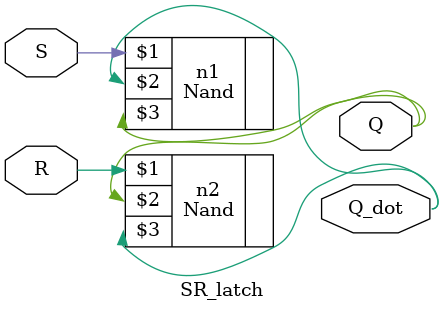
<source format=v>
module SR_latch(S, R, Q, Q_dot);
	input S;
	input R;
	output Q;
	output Q_dot;
	
	wire S;
	wire R;
	wire Q;
	wire Q_dot;
	
	Nand n1(S, Q_dot, Q);
	Nand n2(R, Q, Q_dot);
endmodule

</source>
